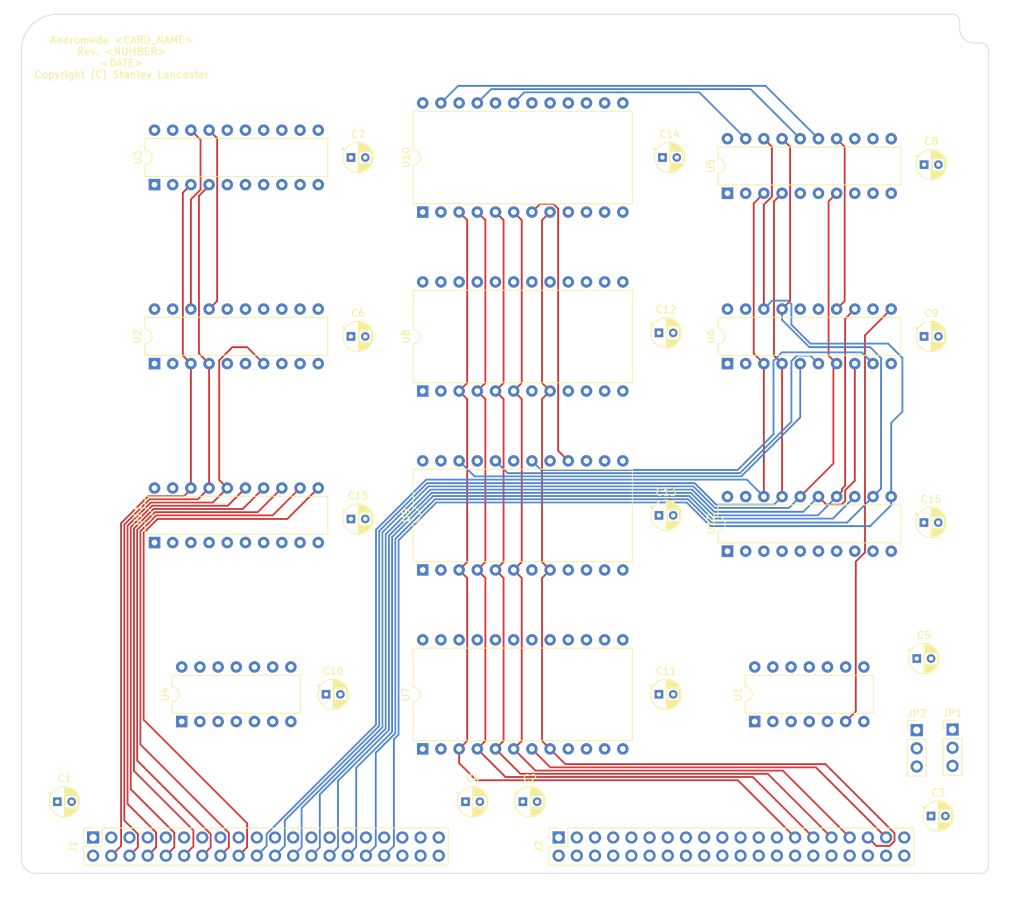
<source format=kicad_pcb>
(kicad_pcb (version 20211014) (generator pcbnew)
  (layers (0 "F.Cu" signal) (31 "B.Cu" signal) (34 "B.Paste" user) (35 "F.Paste" user) (36 "B.SilkS" user "B.Silkscreen") (37 "F.SilkS" user "F.Silkscreen") (38 "B.Mask" user) (39 "F.Mask" user) (44 "Edge.Cuts" user))
  (net 0 "")
  (net 1 "VCC")
  (net 2 "GND")
  (net 3 "Net-(C5-Pad1)")
  (net 4 "Net-(C5-Pad2)")
  (net 5 "Net-(C10-Pad1)")
  (net 6 "Net-(C10-Pad2)")
  (net 7 "/A2 (IR0)")
  (net 8 "/A39 (D0)")
  (net 9 "/A3 (IR1)")
  (net 10 "/A38 (D1)")
  (net 11 "/A4 (IR2)")
  (net 12 "/A37 (D2)")
  (net 13 "/A5 (IR3)")
  (net 14 "/A36 (D3)")
  (net 15 "/A6 (IR4)")
  (net 16 "/A35 (D4)")
  (net 17 "/A7 (IR5)")
  (net 18 "/A34 (D5)")
  (net 19 "/A10")
  (net 20 "/A8 (IR6)")
  (net 21 "/A11")
  (net 22 "/A33 (D6)")
  (net 23 "/A12")
  (net 24 "/A9 (IR7)")
  (net 25 "/A13")
  (net 26 "/A32 (D7)")
  (net 27 "/A14")
  (net 28 "/A31 (D8)")
  (net 29 "/A30 (D9)")
  (net 30 "/A29 (D10)")
  (net 31 "/A28 (D11)")
  (net 32 "/A27 (D12)")
  (net 33 "/A15 (IR.OUT.OE.INV)")
  (net 34 "/A26 (D13)")
  (net 35 "/A16 (IR.OUT.SE.INV)")
  (net 36 "/A25 (D14)")
  (net 37 "/A17 (IR.INP.INV)")
  (net 38 "/A24 (D15)")
  (net 39 "/A18 (ACC.OUT.INV)")
  (net 40 "/A23 (RST.INV)")
  (net 41 "/A19 (ACC.INP.INV)")
  (net 42 "/B38")
  (net 43 "/A22 (RST)")
  (net 44 "/B37")
  (net 45 "/B2 (PC.CNT)")
  (net 46 "/B36")
  (net 47 "/B39 (CLK.INV)")
  (net 48 "/B35")
  (net 49 "/B7")
  (net 50 "/B34")
  (net 51 "/B8")
  (net 52 "/B33")
  (net 53 "/B3 (PC.LD)")
  (net 54 "/B32")
  (net 55 "/B4 (PC.COND)")
  (net 56 "/B31")
  (net 57 "/B5 (PC.LDC)")
  (net 58 "/B30")
  (net 59 "/B6 (PC.OUT)")
  (net 60 "/B29")
  (net 61 "/B9 (ALU.B.IN)")
  (net 62 "/B28")
  (net 63 "/B10 (ALU.A.IN)")
  (net 64 "/B27")
  (net 65 "/B11")
  (net 66 "/B26")
  (net 67 "/B12 (ALU.COUT)")
  (net 68 "/B25")
  (net 69 "/B13 (ALU.OUT)")
  (net 70 "/B24")
  (net 71 "/B14 (ALU.S3)")
  (net 72 "/B23")
  (net 73 "/B15 (ALU.S2)")
  (net 74 "/B16 (ALU.S1)")
  (net 75 "/B17 (ALU.S0)")
  (net 76 "/B18  (ALU.M)")
  (net 77 "/B19 (ALU.CN)")
  (net 78 "/B22 (CLK)")
  (net 79 "Net-(JP1-Pad2)")
  (net 80 "Net-(JP2-Pad2)")
  (net 81 "/A.IN")
  (net 82 "/B.IN")
  (net 83 "Net-(U2-Pad2)")
  (net 84 "Net-(U2-Pad5)")
  (net 85 "Net-(U2-Pad6)")
  (net 86 "Net-(U2-Pad9)")
  (net 87 "Net-(U2-Pad12)")
  (net 88 "Net-(U2-Pad15)")
  (net 89 "Net-(U2-Pad16)")
  (net 90 "Net-(U2-Pad19)")
  (net 91 "Net-(U3-Pad2)")
  (net 92 "Net-(U3-Pad5)")
  (net 93 "Net-(U3-Pad6)")
  (net 94 "Net-(U3-Pad9)")
  (net 95 "Net-(U3-Pad12)")
  (net 96 "Net-(U3-Pad15)")
  (net 97 "Net-(U3-Pad16)")
  (net 98 "Net-(U3-Pad19)")
  (net 99 "/EQ0")
  (net 100 "/EQ1")
  (net 101 "/EQ2")
  (net 102 "/EQ3")
  (net 103 "Net-(U5-Pad2)")
  (net 104 "Net-(U5-Pad5)")
  (net 105 "Net-(U5-Pad6)")
  (net 106 "Net-(U5-Pad9)")
  (net 107 "Net-(U10-Pad2)")
  (net 108 "Net-(U10-Pad23)")
  (net 109 "Net-(U10-Pad21)")
  (net 110 "Net-(U10-Pad19)")
  (net 111 "Net-(U6-Pad2)")
  (net 112 "Net-(U6-Pad5)")
  (net 113 "Net-(U6-Pad6)")
  (net 114 "Net-(U6-Pad9)")
  (net 115 "Net-(U10-Pad1)")
  (net 116 "Net-(U10-Pad22)")
  (net 117 "Net-(U10-Pad20)")
  (net 118 "Net-(U10-Pad18)")
  (net 119 "Net-(U11-Pad2)")
  (net 120 "Net-(U11-Pad3)")
  (net 121 "Net-(U11-Pad4)")
  (net 122 "Net-(U11-Pad5)")
  (net 124 "Net-(U7-Pad16)")
  (net 126 "Net-(U11-Pad6)")
  (net 127 "Net-(U11-Pad7)")
  (net 128 "Net-(U11-Pad8)")
  (net 129 "Net-(U11-Pad9)")
  (net 131 "Net-(U8-Pad16)")
  (net 133 "Net-(U12-Pad2)")
  (net 134 "Net-(U12-Pad3)")
  (net 135 "Net-(U12-Pad4)")
  (net 136 "Net-(U12-Pad5)")
  (net 138 "Net-(U10-Pad7)")
  (net 140 "Net-(U10-Pad9)")
  (net 141 "Net-(U10-Pad10)")
  (net 142 "Net-(U10-Pad11)")
  (net 143 "Net-(U10-Pad13)")
  (footprint "Connector_PinSocket_2.54mm:PinSocket_2x20_P2.54mm_Vertical" (layer "F.Cu") (at 130 150 90)
    (fp_text reference "J2")
    (fp_text value "Conn_02x20_Odd_Even")
  )
  (footprint "Package_DIP:DIP-14_W7.62mm" (layer "F.Cu") (at 157.375 133.8 90)
    (fp_text reference "U1")
    (fp_text value "74LS08")
  )
  (footprint "Capacitor_THT:CP_Radial_D4.0mm_P2.00mm" (layer "F.Cu") (at 101 55)
    (fp_text reference "C7")
    (fp_text value "0.1uf")
  )
  (footprint "Package_DIP:DIP-20_W7.62mm" (layer "F.Cu") (at 153.575 83.8 90)
    (fp_text reference "U6")
    (fp_text value "74LS273")
  )
  (footprint "Capacitor_THT:CP_Radial_D4.0mm_P2.00mm" (layer "F.Cu") (at 182 147)
    (fp_text reference "C3")
    (fp_text value "22uf")
  )
  (footprint "Package_DIP:DIP-24_W15.24mm" (layer "F.Cu") (at 111.025 62.625 90)
    (fp_text reference "U10")
    (fp_text value "74LS181")
  )
  (footprint "Capacitor_THT:CP_Radial_D4.0mm_P2.00mm" (layer "F.Cu") (at 101 80)
    (fp_text reference "C6")
    (fp_text value "0.1uf")
  )
  (footprint "Package_DIP:DIP-20_W7.62mm" (layer "F.Cu") (at 73.575 83.8 90)
    (fp_text reference "U2")
    (fp_text value "74LS273")
  )
  (footprint "Capacitor_THT:CP_Radial_D4.0mm_P2.00mm" (layer "F.Cu") (at 144.5 55)
    (fp_text reference "C14")
    (fp_text value "0.1uf")
  )
  (footprint "Package_DIP:DIP-14_W7.62mm" (layer "F.Cu") (at 77.375 133.8 90)
    (fp_text reference "U4")
    (fp_text value "74LS21")
  )
  (footprint "Capacitor_THT:CP_Radial_D4.0mm_P2.00mm" (layer "F.Cu") (at 180 125)
    (fp_text reference "C5")
    (fp_text value "0.1uf")
  )
  (footprint "Capacitor_THT:CP_Radial_D4.0mm_P2.00mm" (layer "F.Cu") (at 117 145)
    (fp_text reference "C4")
    (fp_text value "22uf")
  )
  (footprint "Package_DIP:DIP-24_W15.24mm" (layer "F.Cu") (at 111.025 112.625 90)
    (fp_text reference "U9")
    (fp_text value "74LS181")
  )
  (footprint "Package_DIP:DIP-20_W7.62mm" (layer "F.Cu") (at 153.575 60 90)
    (fp_text reference "U5")
    (fp_text value "74LS273")
  )
  (footprint "Capacitor_THT:CP_Radial_D4.0mm_P2.00mm" (layer "F.Cu") (at 181.027401 56)
    (fp_text reference "C8")
    (fp_text value "0.1uf")
  )
  (footprint "Capacitor_THT:CP_Radial_D4.0mm_P2.00mm" (layer "F.Cu") (at 181 106)
    (fp_text reference "C16")
    (fp_text value "0.1uf")
  )
  (footprint "Capacitor_THT:CP_Radial_D4.0mm_P2.00mm" (layer "F.Cu") (at 144 130)
    (fp_text reference "C11")
    (fp_text value "0.1uf")
  )
  (footprint "Capacitor_THT:CP_Radial_D4.0mm_P2.00mm" (layer "F.Cu") (at 181.027401 80)
    (fp_text reference "C9")
    (fp_text value "0.1uf")
  )
  (footprint "Connector_PinSocket_2.54mm:PinSocket_2x20_P2.54mm_Vertical" (layer "F.Cu") (at 65 150 90)
    (fp_text reference "J1")
    (fp_text value "Conn_02x20_Odd_Even")
  )
  (footprint "Capacitor_THT:CP_Radial_D4.0mm_P2.00mm" (layer "F.Cu") (at 101 105.5)
    (fp_text reference "C15")
    (fp_text value "0.1uf")
  )
  (footprint "Capacitor_THT:CP_Radial_D4.0mm_P2.00mm" (layer "F.Cu") (at 125 145)
    (fp_text reference "C2")
    (fp_text value "22uf")
  )
  (footprint "Package_DIP:DIP-20_W7.62mm" (layer "F.Cu") (at 73.575 58.8 90)
    (fp_text reference "U3")
    (fp_text value "74LS273")
  )
  (footprint "Package_DIP:DIP-24_W15.24mm" (layer "F.Cu") (at 111.025 87.625 90)
    (fp_text reference "U8")
    (fp_text value "74LS181")
  )
  (footprint "Package_DIP:DIP-24_W15.24mm" (layer "F.Cu") (at 111.025 137.625 90)
    (fp_text reference "U7")
    (fp_text value "74LS181")
  )
  (footprint "Connector_PinHeader_2.54mm:PinHeader_1x03_P2.54mm_Vertical" (layer "F.Cu") (at 180 135)
    (fp_text reference "JP2")
    (fp_text value "Jumper_3_Open")
  )
  (footprint "Package_DIP:DIP-20_W7.62mm" (layer "F.Cu") (at 73.575 108.8 90)
    (fp_text reference "U11")
    (fp_text value "74LS245")
  )
  (footprint "Capacitor_THT:CP_Radial_D4.0mm_P2.00mm" (layer "F.Cu") (at 97.527401 130)
    (fp_text reference "C10")
    (fp_text value "0.1uf")
  )
  (footprint "Package_DIP:DIP-20_W7.62mm" (layer "F.Cu") (at 153.575 110 90)
    (fp_text reference "U12")
    (fp_text value "74LS245")
  )
  (footprint "Connector_PinHeader_2.54mm:PinHeader_1x03_P2.54mm_Vertical" (layer "F.Cu") (at 185 134.92)
    (fp_text reference "JP1")
    (fp_text value "Jumper_3_Open")
  )
  (footprint "Capacitor_THT:CP_Radial_D4.0mm_P2.00mm" (layer "F.Cu") (at 144 79.5)
    (fp_text reference "C12")
    (fp_text value "0.1uf")
  )
  (footprint "Capacitor_THT:CP_Radial_D4.0mm_P2.00mm" (layer "F.Cu") (at 144 105)
    (fp_text reference "C13")
    (fp_text value "0.1uf")
  )
  (footprint "Capacitor_THT:CP_Radial_D4.0mm_P2.00mm" (layer "F.Cu") (at 60 145)
    (fp_text reference "C1")
    (fp_text value "22uf")
  )
  (gr_arc (start 55 40) (mid 56.464466 36.464466) (end 60 35) (layer "Edge.Cuts") (width 0.1))
  (gr_arc (start 185 35) (mid 185.707107 35.292893) (end 186 36) (layer "Edge.Cuts") (width 0.1))
  (gr_line (start 186 37) (end 186 36) (layer "Edge.Cuts") (width 0.1))
  (gr_arc (start 188 39) (mid 186.585786 38.414214) (end 186 37) (layer "Edge.Cuts") (width 0.1))
  (gr_line (start 188 39) (end 189 39) (layer "Edge.Cuts") (width 0.1))
  (gr_line (start 190 154) (end 190 40) (layer "Edge.Cuts") (width 0.1))
  (gr_line (start 55 153) (end 55 40) (layer "Edge.Cuts") (width 0.1))
  (gr_arc (start 189 39) (mid 189.707107 39.292893) (end 190 40) (layer "Edge.Cuts") (width 0.1))
  (gr_line (start 185 35) (end 60 35) (layer "Edge.Cuts") (width 0.1))
  (gr_line (start 57 155) (end 189 155) (layer "Edge.Cuts") (width 0.1))
  (gr_arc (start 190 154) (mid 189.707107 154.707107) (end 189 155) (layer "Edge.Cuts") (width 0.1))
  (gr_arc (start 57 155) (mid 55.585786 154.414214) (end 55 153) (layer "Edge.Cuts") (width 0.1))
  (gr_text "Andromeda <CARD_NAME>\nRev. <NUMBER>\n<DATE>\nCopyright (C) Stanley Lancaster\n" (at 69 41) (layer "F.SilkS") (effects (font (size 1 1))))
  (segment (start 68.905489 151.174511) (end 68.905489 106.094511) (width 0.25) (layer "F.Cu") (net 8))
  (segment (start 77.530489 59.924511) (end 78.655 58.8) (width 0.25) (layer "F.Cu") (net 8))
  (segment (start 68.905489 106.094511) (end 72.695489 102.304511) (width 0.25) (layer "F.Cu") (net 8))
  (segment (start 77.530489 82.675489) (end 77.530489 59.924511) (width 0.25) (layer "F.Cu") (net 8))
  (segment (start 67.54 152.54) (end 68.905489 151.174511) (width 0.25) (layer "F.Cu") (net 8))
  (segment (start 72.695489 102.304511) (end 77.695489 102.304511) (width 0.25) (layer "F.Cu") (net 8))
  (segment (start 78.655 101.345) (end 78.655 101.18) (width 0.25) (layer "F.Cu") (net 8))
  (segment (start 77.695489 102.304511) (end 78.655 101.345) (width 0.25) (layer "F.Cu") (net 8))
  (segment (start 78.655 101.18) (end 78.655 83.8) (width 0.25) (layer "F.Cu") (net 8))
  (segment (start 78.655 83.8) (end 77.530489 82.675489) (width 0.25) (layer "F.Cu") (net 8))
  (segment (start 79.620969 102.754031) (end 81.195 101.18) (width 0.25) (layer "F.Cu") (net 10))
  (segment (start 69.355009 106.280709) (end 72.881687 102.754031) (width 0.25) (layer "F.Cu") (net 10))
  (segment (start 81.195 101.18) (end 81.195 83.8) (width 0.25) (layer "F.Cu") (net 10))
  (segment (start 71.254511 149.513501) (end 69.355009 147.613999) (width 0.25) (layer "F.Cu") (net 10))
  (segment (start 70.08 152.54) (end 71.254511 151.365489) (width 0.25) (layer "F.Cu") (net 10))
  (segment (start 72.881687 102.754031) (end 79.620969 102.754031) (width 0.25) (layer "F.Cu") (net 10))
  (segment (start 79.779511 60.356207) (end 81.195 58.940718) (width 0.25) (layer "F.Cu") (net 10))
  (segment (start 69.355009 147.613999) (end 69.355009 106.280709) (width 0.25) (layer "F.Cu") (net 10))
  (segment (start 79.779511 82.384511) (end 79.779511 60.356207) (width 0.25) (layer "F.Cu") (net 10))
  (segment (start 71.254511 151.365489) (end 71.254511 149.513501) (width 0.25) (layer "F.Cu") (net 10))
  (segment (start 81.195 58.940718) (end 81.195 58.8) (width 0.25) (layer "F.Cu") (net 10))
  (segment (start 81.195 83.8) (end 79.779511 82.384511) (width 0.25) (layer "F.Cu") (net 10))
  (segment (start 69.804529 106.466907) (end 73.067885 103.203551) (width 0.25) (layer "F.Cu") (net 12))
  (segment (start 72.62 152.54) (end 73.794511 151.365489) (width 0.25) (layer "F.Cu") (net 12))
  (segment (start 69.804529 145.304529) (end 69.804529 106.466907) (width 0.25) (layer "F.Cu") (net 12))
  (segment (start 86.515 81.5) (end 88.815 83.8) (width 0.25) (layer "F.Cu") (net 12))
  (segment (start 73.067885 103.203551) (end 81.711449 103.203551) (width 0.25) (layer "F.Cu") (net 12))
  (segment (start 81.711449 103.203551) (end 83.735 101.18) (width 0.25) (layer "F.Cu") (net 12))
  (segment (start 82.610489 83.334211) (end 84.4447 81.5) (width 0.25) (layer "F.Cu") (net 12))
  (segment (start 73.794511 151.365489) (end 73.794511 149.294511) (width 0.25) (layer "F.Cu") (net 12))
  (segment (start 73.794511 149.294511) (end 69.804529 145.304529) (width 0.25) (layer "F.Cu") (net 12))
  (segment (start 84.4447 81.5) (end 86.515 81.5) (width 0.25) (layer "F.Cu") (net 12))
  (segment (start 83.735 101.18) (end 82.610489 100.055489) (width 0.25) (layer "F.Cu") (net 12))
  (segment (start 82.610489 100.055489) (end 82.610489 83.334211) (width 0.25) (layer "F.Cu") (net 12))
  (segment (start 76.334511 149.334511) (end 70.254049 143.254049) (width 0.25) (layer "F.Cu") (net 14))
  (segment (start 73.254083 103.653071) (end 83.801929 103.653071) (width 0.25) (layer "F.Cu") (net 14))
  (segment (start 70.254049 106.653105) (end 73.254083 103.653071) (width 0.25) (layer "F.Cu") (net 14))
  (segment (start 76.334511 151.365489) (end 76.334511 149.334511) (width 0.25) (layer "F.Cu") (net 14))
  (segment (start 83.801929 103.653071) (end 86.275 101.18) (width 0.25) (layer "F.Cu") (net 14))
  (segment (start 70.254049 143.254049) (end 70.254049 106.653105) (width 0.25) (layer "F.Cu") (net 14))
  (segment (start 75.16 152.54) (end 76.334511 151.365489) (width 0.25) (layer "F.Cu") (net 14))
  (segment (start 77.7 152.54) (end 79 151.24) (width 0.25) (layer "F.Cu") (net 16))
  (segment (start 85.892409 104.102591) (end 88.815 101.18) (width 0.25) (layer "F.Cu") (net 16))
  (segment (start 79 149) (end 70.703569 140.703569) (width 0.25) (layer "F.Cu") (net 16))
  (segment (start 70.703569 106.839303) (end 73.440281 104.102591) (width 0.25) (layer "F.Cu") (net 16))
  (segment (start 70.703569 140.703569) (end 70.703569 106.839303) (width 0.25) (layer "F.Cu") (net 16))
  (segment (start 79 151.24) (end 79 149) (width 0.25) (layer "F.Cu") (net 16))
  (segment (start 73.440281 104.102591) (end 85.892409 104.102591) (width 0.25) (layer "F.Cu") (net 16))
  (segment (start 73.626479 104.552111) (end 87.982889 104.552111) (width 0.25) (layer "F.Cu") (net 18))
  (segment (start 80.24 152.54) (end 81.414511 151.365489) (width 0.25) (layer "F.Cu") (net 18))
  (segment (start 81.414511 149.513501) (end 71.153089 139.252079) (width 0.25) (layer "F.Cu") (net 18))
  (segment (start 87.982889 104.552111) (end 91.355 101.18) (width 0.25) (layer "F.Cu") (net 18))
  (segment (start 71.153089 107.025501) (end 73.626479 104.552111) (width 0.25) (layer "F.Cu") (net 18))
  (segment (start 71.153089 139.252079) (end 71.153089 107.025501) (width 0.25) (layer "F.Cu") (net 18))
  (segment (start 81.414511 151.365489) (end 81.414511 149.513501) (width 0.25) (layer "F.Cu") (net 18))
  (segment (start 81.195 76.18) (end 82.319511 75.055489) (width 0.25) (layer "F.Cu") (net 22))
  (segment (start 71.602609 107.211699) (end 73.812677 105.001631) (width 0.25) (layer "F.Cu") (net 22))
  (segment (start 83.954511 149.351902) (end 71.602609 137) (width 0.25) (layer "F.Cu") (net 22))
  (segment (start 90.073369 105.001631) (end 93.895 101.18) (width 0.25) (layer "F.Cu") (net 22))
  (segment (start 83.954511 151.365489) (end 83.954511 149.351902) (width 0.25) (layer "F.Cu") (net 22))
  (segment (start 82.319511 75.055489) (end 82.319511 52.304511) (width 0.25) (layer "F.Cu") (net 22))
  (segment (start 82.78 152.54) (end 83.954511 151.365489) (width 0.25) (layer "F.Cu") (net 22))
  (segment (start 71.602609 137) (end 71.602609 107.211699) (width 0.25) (layer "F.Cu") (net 22))
  (segment (start 82.319511 52.304511) (end 81.195 51.18) (width 0.25) (layer "F.Cu") (net 22))
  (segment (start 73.812677 105.001631) (end 90.073369 105.001631) (width 0.25) (layer "F.Cu") (net 22))
  (segment (start 92.115 105.5) (end 96.435 101.18) (width 0.25) (layer "F.Cu") (net 26))
  (segment (start 72.052129 133.552129) (end 72.052129 107.447871) (width 0.25) (layer "F.Cu") (net 26))
  (segment (start 78.655 76.18) (end 78.655 60.845) (width 0.25) (layer "F.Cu") (net 26))
  (segment (start 85.32 152.54) (end 86.5 151.36) (width 0.25) (layer "F.Cu") (net 26))
  (segment (start 86.5 151.36) (end 86.5 148) (width 0.25) (layer "F.Cu") (net 26))
  (segment (start 74 105.5) (end 92.115 105.5) (width 0.25) (layer "F.Cu") (net 26))
  (segment (start 86.5 148) (end 72.052129 133.552129) (width 0.25) (layer "F.Cu") (net 26))
  (segment (start 80 59.5) (end 80 52.525) (width 0.25) (layer "F.Cu") (net 26))
  (segment (start 78.655 60.845) (end 80 59.5) (width 0.25) (layer "F.Cu") (net 26))
  (segment (start 72.052129 107.447871) (end 74 105.5) (width 0.25) (layer "F.Cu") (net 26))
  (segment (start 80 52.525) (end 78.655 51.18) (width 0.25) (layer "F.Cu") (net 26))
  (segment (start 158.655 102.38) (end 158.655 83.8) (width 0.25) (layer "F.Cu") (net 28))
  (segment (start 158.655 83.8) (end 157.239511 82.384511) (width 0.25) (layer "F.Cu") (net 28))
  (segment (start 157.239511 82.384511) (end 157.239511 61.415489) (width 0.25) (layer "F.Cu") (net 28))
  (segment (start 157.239511 61.415489) (end 158.655 60) (width 0.25) (layer "F.Cu") (net 28))
  (segment (start 89.225489 149.513501) (end 89.225489 151.174511) (width 0.25) (layer "B.Cu") (net 28))
  (segment (start 104.5 107) (end 104.5 134.23899) (width 0.25) (layer "B.Cu") (net 28))
  (segment (start 111.5 100) (end 104.5 107) (width 0.25) (layer "B.Cu") (net 28))
  (segment (start 156.275 100) (end 111.5 100) (width 0.25) (layer "B.Cu") (net 28))
  (segment (start 158.655 102.38) (end 156.275 100) (width 0.25) (layer "B.Cu") (net 28))
  (segment (start 104.5 134.23899) (end 89.225489 149.513501) (width 0.25) (layer "B.Cu") (net 28))
  (segment (start 89.225489 151.174511) (end 87.86 152.54) (width 0.25) (layer "B.Cu") (net 28))
  (segment (start 160.070489 82.675489) (end 160.070489 61.124511) (width 0.25) (layer "F.Cu") (net 29))
  (segment (start 161.195 83.8) (end 160.070489 82.675489) (width 0.25) (layer "F.Cu") (net 29))
  (segment (start 160.070489 61.124511) (end 161.195 60) (width 0.25) (layer "F.Cu") (net 29))
  (segment (start 161.195 102.38) (end 161.195 83.8) (width 0.25) (layer "F.Cu") (net 29))
  (segment (start 90.4 152.54) (end 91.765489 151.174511) (width 0.25) (layer "B.Cu") (net 29))
  (segment (start 149 100.5) (end 152.004511 103.504511) (width 0.25) (layer "B.Cu") (net 29))
  (segment (start 104.94952 134.425188) (end 104.94952 107.186198) (width 0.25) (layer "B.Cu") (net 29))
  (segment (start 160.070489 103.504511) (end 161.195 102.38) (width 0.25) (layer "B.Cu") (net 29))
  (segment (start 152.004511 103.504511) (end 160.070489 103.504511) (width 0.25) (layer "B.Cu") (net 29))
  (segment (start 91.765489 151.174511) (end 91.765489 147.609219) (width 0.25) (layer "B.Cu") (net 29))
  (segment (start 104.94952 107.186198) (end 111.635718 100.5) (width 0.25) (layer "B.Cu") (net 29))
  (segment (start 91.765489 147.609219) (end 104.94952 134.425188) (width 0.25) (layer "B.Cu") (net 29))
  (segment (start 111.635718 100.5) (end 149 100.5) (width 0.25) (layer "B.Cu") (net 29))
  (segment (start 167.690489 61.124511) (end 168.815 60) (width 0.25) (layer "F.Cu") (net 30))
  (segment (start 168.36548 84.24952) (end 168.815 83.8) (width 0.25) (layer "F.Cu") (net 30))
  (segment (start 167.690489 82.675489) (end 167.690489 61.124511) (width 0.25) (layer "F.Cu") (net 30))
  (segment (start 168.815 83.8) (end 167.690489 82.675489) (width 0.25) (layer "F.Cu") (net 30))
  (segment (start 163.735 102.38) (end 168.36548 97.74952) (width 0.25) (layer "F.Cu") (net 30))
  (segment (start 168.36548 97.74952) (end 168.36548 84.24952) (width 0.25) (layer "F.Cu") (net 30))
  (segment (start 151.818314 103.954031) (end 162.160969 103.954031) (width 0.25) (layer "B.Cu") (net 30))
  (segment (start 92.94 152.54) (end 94.114511 151.365489) (width 0.25) (layer "B.Cu") (net 30))
  (segment (start 94.114511 145.895915) (end 105.39904 134.611385) (width 0.25) (layer "B.Cu") (net 30))
  (segment (start 94.114511 151.365489) (end 94.114511 145.895915) (width 0.25) (layer "B.Cu") (net 30))
  (segment (start 105.39904 134.611385) (end 105.39904 107.372396) (width 0.25) (layer "B.Cu") (net 30))
  (segment (start 105.39904 107.372396) (end 111.821916 100.94952) (width 0.25) (layer "B.Cu") (net 30))
  (segment (start 148.813803 100.94952) (end 151.818314 103.954031) (width 0.25) (layer "B.Cu") (net 30))
  (segment (start 162.160969 103.954031) (end 163.735 102.38) (width 0.25) (layer "B.Cu") (net 30))
  (segment (start 111.821916 100.94952) (end 148.813803 100.94952) (width 0.25) (layer "B.Cu") (net 30))
  (segment (start 169.495489 103.504511) (end 170 103) (width 0.25) (layer "F.Cu") (net 31))
  (segment (start 171.355 100.145) (end 171.355 83.8) (width 0.25) (layer "F.Cu") (net 31))
  (segment (start 170 101.5) (end 171.355 100.145) (width 0.25) (layer "F.Cu") (net 31))
  (segment (start 170 103) (end 170 101.5) (width 0.25) (layer "F.Cu") (net 31))
  (segment (start 166.275 102.38) (end 167.399511 103.504511) (width 0.25) (layer "F.Cu") (net 31))
  (segment (start 167.399511 103.504511) (end 169.495489 103.504511) (width 0.25) (layer "F.Cu") (net 31))
  (segment (start 105.84856 134.797582) (end 105.84856 107.65144) (width 0.25) (layer "B.Cu") (net 31))
  (segment (start 96.654511 143.991633) (end 105.84856 134.797582) (width 0.25) (layer "B.Cu") (net 31))
  (segment (start 164.155 104.5) (end 166.275 102.38) (width 0.25) (layer "B.Cu") (net 31))
  (segment (start 148.627604 101.39904) (end 151.728564 104.5) (width 0.25) (layer "B.Cu") (net 31))
  (segment (start 112.10096 101.39904) (end 148.627604 101.39904) (width 0.25) (layer "B.Cu") (net 31))
  (segment (start 151.728564 104.5) (end 164.155 104.5) (width 0.25) (layer "B.Cu") (net 31))
  (segment (start 96.654511 151.365489) (end 96.654511 143.991633) (width 0.25) (layer "B.Cu") (net 31))
  (segment (start 105.84856 107.65144) (end 112.10096 101.39904) (width 0.25) (layer "B.Cu") (net 31))
  (segment (start 95.48 152.54) (end 96.654511 151.365489) (width 0.25) (layer "B.Cu") (net 31))
  (segment (start 169.55048 101.313802) (end 170 100.864282) (width 0.25) (layer "F.Cu") (net 32))
  (segment (start 170 77.535) (end 171.355 76.18) (width 0.25) (layer "F.Cu") (net 32))
  (segment (start 168.815 102.38) (end 169.55048 101.64452) (width 0.25) (layer "F.Cu") (net 32))
  (segment (start 170 100.864282) (end 170 77.535) (width 0.25) (layer "F.Cu") (net 32))
  (segment (start 169.55048 101.64452) (end 169.55048 101.313802) (width 0.25) (layer "F.Cu") (net 32))
  (segment (start 99.194511 142.087351) (end 106.29808 134.983779) (width 0.25) (layer "B.Cu") (net 32))
  (segment (start 148.441406 101.84856) (end 151.592846 105) (width 0.25) (layer "B.Cu") (net 32))
  (segment (start 99.194511 151.365489) (end 99.194511 142.087351) (width 0.25) (layer "B.Cu") (net 32))
  (segment (start 98.02 152.54) (end 99.194511 151.365489) (width 0.25) (layer "B.Cu") (net 32))
  (segment (start 151.592846 105) (end 166.195 105) (width 0.25) (layer "B.Cu") (net 32))
  (segment (start 106.29808 107.837638) (end 112.287158 101.84856) (width 0.25) (layer "B.Cu") (net 32))
  (segment (start 106.29808 134.983779) (end 106.29808 107.837638) (width 0.25) (layer "B.Cu") (net 32))
  (segment (start 112.287158 101.84856) (end 148.441406 101.84856) (width 0.25) (layer "B.Cu") (net 32))
  (segment (start 166.195 105) (end 168.815 102.38) (width 0.25) (layer "B.Cu") (net 32))
  (segment (start 169.939511 53.504511) (end 168.815 52.38) (width 0.25) (layer "F.Cu") (net 34))
  (segment (start 168.815 76.18) (end 169.939511 75.055489) (width 0.25) (layer "F.Cu") (net 34))
  (segment (start 169.939511 75.055489) (end 169.939511 53.504511) (width 0.25) (layer "F.Cu") (net 34))
  (segment (start 100.56 152.54) (end 101.734511 151.365489) (width 0.25) (layer "B.Cu") (net 34))
  (segment (start 101.734511 151.365489) (end 101.734511 140.265489) (width 0.25) (layer "B.Cu") (net 34))
  (segment (start 106.7476 108.023836) (end 112.473356 102.29808) (width 0.25) (layer "B.Cu") (net 34))
  (segment (start 112.473356 102.29808) (end 148.255209 102.29808) (width 0.25) (layer "B.Cu") (net 34))
  (segment (start 151.406649 105.44952) (end 168.28548 105.44952) (width 0.25) (layer "B.Cu") (net 34))
  (segment (start 101.734511 140.265489) (end 106.7476 135.2524) (width 0.25) (layer "B.Cu") (net 34))
  (segment (start 106.7476 135.2524) (end 106.7476 108.023836) (width 0.25) (layer "B.Cu") (net 34))
  (segment (start 148.255209 102.29808) (end 151.406649 105.44952) (width 0.25) (layer "B.Cu") (net 34))
  (segment (start 168.28548 105.44952) (end 171.355 102.38) (width 0.25) (layer "B.Cu") (net 34))
  (segment (start 161.195 76.18) (end 162.319511 75.055489) (width 0.25) (layer "F.Cu") (net 36))
  (segment (start 162.319511 75.055489) (end 162.319511 53.504511) (width 0.25) (layer "F.Cu") (net 36))
  (segment (start 162.319511 53.504511) (end 161.195 52.38) (width 0.25) (layer "F.Cu") (net 36))
  (segment (start 107.19712 108.30288) (end 112.7524 102.7476) (width 0.25) (layer "B.Cu") (net 36))
  (segment (start 173.895 102.38) (end 175.019511 101.255489) (width 0.25) (layer "B.Cu") (net 36))
  (segment (start 107.19712 135.438597) (end 107.19712 108.30288) (width 0.25) (layer "B.Cu") (net 36))
  (segment (start 148.069011 102.7476) (end 151.321411 106) (width 0.25) (layer "B.Cu") (net 36))
  (segment (start 112.7524 102.7476) (end 148.069011 102.7476) (width 0.25) (layer "B.Cu") (net 36))
  (segment (start 104.465489 138.170229) (end 107.19712 135.438597) (width 0.25) (layer "B.Cu") (net 36))
  (segment (start 175.019511 83.019511) (end 173.5 81.5) (width 0.25) (layer "B.Cu") (net 36))
  (segment (start 173.5 81.5) (end 165 81.5) (width 0.25) (layer "B.Cu") (net 36))
  (segment (start 104.465489 151.174511) (end 104.465489 138.170229) (width 0.25) (layer "B.Cu") (net 36))
  (segment (start 165 81.5) (end 161.195 77.695) (width 0.25) (layer "B.Cu") (net 36))
  (segment (start 170.275 106) (end 173.895 102.38) (width 0.25) (layer "B.Cu") (net 36))
  (segment (start 151.321411 106) (end 170.275 106) (width 0.25) (layer "B.Cu") (net 36))
  (segment (start 161.195 77.695) (end 161.195 76.18) (width 0.25) (layer "B.Cu") (net 36))
  (segment (start 103.1 152.54) (end 104.465489 151.174511) (width 0.25) (layer "B.Cu") (net 36))
  (segment (start 175.019511 101.255489) (end 175.019511 83.019511) (width 0.25) (layer "B.Cu") (net 36))
  (segment (start 159.779511 60.465789) (end 159.779511 53.504511) (width 0.25) (layer "F.Cu") (net 38))
  (segment (start 158.655 61.5903) (end 159.779511 60.465789) (width 0.25) (layer "F.Cu") (net 38))
  (segment (start 158.655 76.18) (end 158.655 61.5903) (width 0.25) (layer "F.Cu") (net 38))
  (segment (start 159.779511 53.504511) (end 158.655 52.38) (width 0.25) (layer "F.Cu") (net 38))
  (segment (start 176.435 103.565) (end 176.435 102.38) (width 0.25) (layer "B.Cu") (net 38))
  (segment (start 173.5 106.5) (end 176.435 103.565) (width 0.25) (layer "B.Cu") (net 38))
  (segment (start 162 75) (end 162.5 75.5) (width 0.25) (layer "B.Cu") (net 38))
  (segment (start 112.938598 103.19712) (end 147.882813 103.19712) (width 0.25) (layer "B.Cu") (net 38))
  (segment (start 151.185693 106.5) (end 173.5 106.5) (width 0.25) (layer "B.Cu") (net 38))
  (segment (start 107 151.18) (end 107 136.271435) (width 0.25) (layer "B.Cu") (net 38))
  (segment (start 147.882813 103.19712) (end 151.185693 106.5) (width 0.25) (layer "B.Cu") (net 38))
  (segment (start 105.64 152.54) (end 107 151.18) (width 0.25) (layer "B.Cu") (net 38))
  (segment (start 107 136.271435) (end 107.64664 135.624795) (width 0.25) (layer "B.Cu") (net 38))
  (segment (start 159.835 75) (end 162 75) (width 0.25) (layer "B.Cu") (net 38))
  (segment (start 107.64664 108.489078) (end 112.938598 103.19712) (width 0.25) (layer "B.Cu") (net 38))
  (segment (start 178 83) (end 178 90.5) (width 0.25) (layer "B.Cu") (net 38))
  (segment (start 165.135718 81) (end 176 81) (width 0.25) (layer "B.Cu") (net 38))
  (segment (start 162.5 78.364282) (end 165.135718 81) (width 0.25) (layer "B.Cu") (net 38))
  (segment (start 178 90.5) (end 176.435 92.065) (width 0.25) (layer "B.Cu") (net 38))
  (segment (start 158.655 76.18) (end 159.835 75) (width 0.25) (layer "B.Cu") (net 38))
  (segment (start 107.64664 135.624795) (end 107.64664 108.489078) (width 0.25) (layer "B.Cu") (net 38))
  (segment (start 176 81) (end 178 83) (width 0.25) (layer "B.Cu") (net 38))
  (segment (start 176.435 92.065) (end 176.435 102.38) (width 0.25) (layer "B.Cu") (net 38))
  (segment (start 162.5 75.5) (end 162.5 78.364282) (width 0.25) (layer "B.Cu") (net 38))
  (segment (start 117.229511 63.749511) (end 116.105 62.625) (width 0.25) (layer "F.Cu") (net 71))
  (segment (start 155.02 142) (end 118.5 142) (width 0.25) (layer "F.Cu") (net 71))
  (segment (start 116.105 139.605) (end 116.105 137.625) (width 0.25) (layer "F.Cu") (net 71))
  (segment (start 117.229511 86.500489) (end 117.229511 63.749511) (width 0.25) (layer "F.Cu") (net 71))
  (segment (start 117.229511 136.500489) (end 117.229511 113.749511) (width 0.25) (layer "F.Cu") (net 71))
  (segment (start 116.105 112.625) (end 117.229511 111.500489) (width 0.25) (layer "F.Cu") (net 71))
  (segment (start 163.02 150) (end 155.02 142) (width 0.25) (layer "F.Cu") (net 71))
  (segment (start 118.5 142) (end 116.105 139.605) (width 0.25) (layer "F.Cu") (net 71))
  (segment (start 116.105 87.625) (end 117.229511 86.500489) (width 0.25) (layer "F.Cu") (net 71))
  (segment (start 117.229511 111.500489) (end 117.229511 88.749511) (width 0.25) (layer "F.Cu") (net 71))
  (segment (start 117.229511 113.749511) (end 116.105 112.625) (width 0.25) (layer "F.Cu") (net 71))
  (segment (start 117.229511 88.749511) (end 116.105 87.625) (width 0.25) (layer "F.Cu") (net 71))
  (segment (start 116.105 137.625) (end 117.229511 136.500489) (width 0.25) (layer "F.Cu") (net 71))
  (segment (start 119.769511 136.500489) (end 119.769511 113.749511) (width 0.25) (layer "F.Cu") (net 73))
  (segment (start 119.769511 63.749511) (end 118.645 62.625) (width 0.25) (layer "F.Cu") (net 73))
  (segment (start 118.645 137.625) (end 122.57048 141.55048) (width 0.25) (layer "F.Cu") (net 73))
  (segment (start 119.769511 113.749511) (end 118.645 112.625) (width 0.25) (layer "F.Cu") (net 73))
  (segment (start 122.57048 141.55048) (end 157.11048 141.55048) (width 0.25) (layer "F.Cu") (net 73))
  (segment (start 118.645 112.625) (end 119.769511 111.500489) (width 0.25) (layer "F.Cu") (net 73))
  (segment (start 119.769511 88.749511) (end 118.645 87.625) (width 0.25) (layer "F.Cu") (net 73))
  (segment (start 119.769511 86.500489) (end 119.769511 63.749511) (width 0.25) (layer "F.Cu") (net 73))
  (segment (start 118.645 87.625) (end 119.769511 86.500489) (width 0.25) (layer "F.Cu") (net 73))
  (segment (start 119.769511 111.500489) (end 119.769511 88.749511) (width 0.25) (layer "F.Cu") (net 73))
  (segment (start 157.11048 141.55048) (end 165.56 150) (width 0.25) (layer "F.Cu") (net 73))
  (segment (start 118.645 137.625) (end 119.769511 136.500489) (width 0.25) (layer "F.Cu") (net 73))
  (segment (start 122.309511 86.500489) (end 122.309511 63.749511) (width 0.25) (layer "F.Cu") (net 74))
  (segment (start 121.185 137.625) (end 122.309511 136.500489) (width 0.25) (layer "F.Cu") (net 74))
  (segment (start 122.309511 63.749511) (end 121.185 62.625) (width 0.25) (layer "F.Cu") (net 74))
  (segment (start 159.20096 141.10096) (end 168.1 150) (width 0.25) (layer "F.Cu") (net 74))
  (segment (start 124.66096 141.10096) (end 159.20096 141.10096) (width 0.25) (layer "F.Cu") (net 74))
  (segment (start 122.309511 113.749511) (end 121.185 112.625) (width 0.25) (layer "F.Cu") (net 74))
  (segment (start 122.309511 111.500489) (end 122.309511 88.749511) (width 0.25) (layer "F.Cu") (net 74))
  (segment (start 122.309511 88.749511) (end 121.185 87.625) (width 0.25) (layer "F.Cu") (net 74))
  (segment (start 121.185 87.625) (end 122.309511 86.500489) (width 0.25) (layer "F.Cu") (net 74))
  (segment (start 122.309511 136.500489) (end 122.309511 113.749511) (width 0.25) (layer "F.Cu") (net 74))
  (segment (start 121.185 137.625) (end 124.66096 141.10096) (width 0.25) (layer "F.Cu") (net 74))
  (segment (start 121.185 112.625) (end 122.309511 111.500489) (width 0.25) (layer "F.Cu") (net 74))
  (segment (start 126.75144 140.65144) (end 161.29144 140.65144) (width 0.25) (layer "F.Cu") (net 75))
  (segment (start 123.725 87.625) (end 124.849511 86.500489) (width 0.25) (layer "F.Cu") (net 75))
  (segment (start 161.29144 140.65144) (end 170.64 150) (width 0.25) (layer "F.Cu") (net 75))
  (segment (start 123.725 112.625) (end 124.849511 111.500489) (width 0.25) (layer "F.Cu") (net 75))
  (segment (start 123.725 137.625) (end 124.849511 136.500489) (width 0.25) (layer "F.Cu") (net 75))
  (segment (start 124.849511 86.500489) (end 124.849511 63.749511) (width 0.25) (layer "F.Cu") (net 75))
  (segment (start 124.849511 63.749511) (end 123.725 62.625) (width 0.25) (layer "F.Cu") (net 75))
  (segment (start 123.725 137.625) (end 126.75144 140.65144) (width 0.25) (layer "F.Cu") (net 75))
  (segment (start 124.849511 113.749511) (end 123.725 112.625) (width 0.25) (layer "F.Cu") (net 75))
  (segment (start 124.849511 136.500489) (end 124.849511 113.749511) (width 0.25) (layer "F.Cu") (net 75))
  (segment (start 124.849511 88.749511) (end 123.725 87.625) (width 0.25) (layer "F.Cu") (net 75))
  (segment (start 124.849511 111.500489) (end 124.849511 88.749511) (width 0.25) (layer "F.Cu") (net 75))
  (segment (start 127.680489 136.500489) (end 127.680489 113.749511) (width 0.25) (layer "F.Cu") (net 76))
  (segment (start 127.680489 86.500489) (end 127.680489 63.749511) (width 0.25) (layer "F.Cu") (net 76))
  (segment (start 127.680489 111.500489) (end 127.680489 88.749511) (width 0.25) (layer "F.Cu") (net 76))
  (segment (start 127.680489 88.749511) (end 128.805 87.625) (width 0.25) (layer "F.Cu") (net 76))
  (segment (start 173.18 150) (end 174.354511 151.174511) (width 0.25) (layer "F.Cu") (net 76))
  (segment (start 130.9324 139.7524) (end 128.805 137.625) (width 0.25) (layer "F.Cu") (net 76))
  (segment (start 176.894511 150.486499) (end 176.894511 149.394511) (width 0.25) (layer "F.Cu") (net 76))
  (segment (start 127.680489 63.749511) (end 128.805 62.625) (width 0.25) (layer "F.Cu") (net 76))
  (segment (start 128.805 112.625) (end 127.680489 111.500489) (width 0.25) (layer "F.Cu") (net 76))
  (segment (start 128.805 87.625) (end 127.680489 86.500489) (width 0.25) (layer "F.Cu") (net 76))
  (segment (start 174.354511 151.174511) (end 176.206499 151.174511) (width 0.25) (layer "F.Cu") (net 76))
  (segment (start 127.680489 113.749511) (end 128.805 112.625) (width 0.25) (layer "F.Cu") (net 76))
  (segment (start 176.206499 151.174511) (end 176.894511 150.486499) (width 0.25) (layer "F.Cu") (net 76))
  (segment (start 128.805 137.625) (end 127.680489 136.500489) (width 0.25) (layer "F.Cu") (net 76))
  (segment (start 167.2524 139.7524) (end 130.9324 139.7524) (width 0.25) (layer "F.Cu") (net 76))
  (segment (start 176.894511 149.394511) (end 167.2524 139.7524) (width 0.25) (layer "F.Cu") (net 76))
  (segment (start 128.84192 140.20192) (end 165.92192 140.20192) (width 0.25) (layer "F.Cu") (net 77))
  (segment (start 165.92192 140.20192) (end 175.72 150) (width 0.25) (layer "F.Cu") (net 77))
  (segment (start 126.265 137.625) (end 128.84192 140.20192) (width 0.25) (layer "F.Cu") (net 77))
  (segment (start 171.490489 132.384511) (end 171.490489 111.454811) (width 0.25) (layer "F.Cu") (net 82))
  (segment (start 172.770489 79.844511) (end 176.435 76.18) (width 0.25) (layer "F.Cu") (net 82))
  (segment (start 170.075 133.8) (end 171.490489 132.384511) (width 0.25) (layer "F.Cu") (net 82))
  (segment (start 171.490489 111.454811) (end 172.770489 110.174811) (width 0.25) (layer "F.Cu") (net 82))
  (segment (start 172.770489 110.174811) (end 172.770489 79.844511) (width 0.25) (layer "F.Cu") (net 82))
  (segment (start 113.565 47.385) (end 115.95 45) (width 0.25) (layer "B.Cu") (net 108))
  (segment (start 158.895 45) (end 166.275 52.38) (width 0.25) (layer "B.Cu") (net 108))
  (segment (start 115.95 45) (end 158.895 45) (width 0.25) (layer "B.Cu") (net 108))
  (segment (start 120.58048 45.44952) (end 156.80452 45.44952) (width 0.25) (layer "B.Cu") (net 109))
  (segment (start 156.80452 45.44952) (end 163.735 52.38) (width 0.25) (layer "B.Cu") (net 109))
  (segment (start 118.645 47.385) (end 120.58048 45.44952) (width 0.25) (layer "B.Cu") (net 109))
  (segment (start 125.21096 45.89904) (end 149.63404 45.89904) (width 0.25) (layer "B.Cu") (net 110))
  (segment (start 149.63404 45.89904) (end 156.115 52.38) (width 0.25) (layer "B.Cu") (net 110))
  (segment (start 123.725 47.385) (end 125.21096 45.89904) (width 0.25) (layer "B.Cu") (net 110))
  (segment (start 163.735 91.31548) (end 155.5 99.55048) (width 0.25) (layer "B.Cu") (net 112))
  (segment (start 163.735 83.8) (end 163.735 91.31548) (width 0.25) (layer "B.Cu") (net 112))
  (segment (start 118.27048 99.55048) (end 116.105 97.385) (width 0.25) (layer "B.Cu") (net 112))
  (segment (start 155.5 99.55048) (end 118.27048 99.55048) (width 0.25) (layer "B.Cu") (net 112))
  (segment (start 155.313802 99.10096) (end 122.90096 99.10096) (width 0.25) (layer "B.Cu") (net 113))
  (segment (start 166.275 83.8) (end 165.150489 82.675489) (width 0.25) (layer "B.Cu") (net 113))
  (segment (start 163.269211 82.675489) (end 162.5 83.4447) (width 0.25) (layer "B.Cu") (net 113))
  (segment (start 122.90096 99.10096) (end 121.185 97.385) (width 0.25) (layer "B.Cu") (net 113))
  (segment (start 165.150489 82.675489) (end 163.269211 82.675489) (width 0.25) (layer "B.Cu") (net 113))
  (segment (start 162.5 83.4447) (end 162.5 91.914762) (width 0.25) (layer "B.Cu") (net 113))
  (segment (start 162.5 91.914762) (end 155.313802 99.10096) (width 0.25) (layer "B.Cu") (net 113))
  (segment (start 155 98.65144) (end 160 93.65144) (width 0.25) (layer "B.Cu") (net 114))
  (segment (start 127.53144 98.65144) (end 155 98.65144) (width 0.25) (layer "B.Cu") (net 114))
  (segment (start 160 83.4047) (end 161.178731 82.225969) (width 0.25) (layer "B.Cu") (net 114))
  (segment (start 126.265 97.385) (end 127.53144 98.65144) (width 0.25) (layer "B.Cu") (net 114))
  (segment (start 161.178731 82.225969) (end 172.320969 82.225969) (width 0.25) (layer "B.Cu") (net 114))
  (segment (start 160 93.65144) (end 160 83.4047) (width 0.25) (layer "B.Cu") (net 114))
  (segment (start 172.320969 82.225969) (end 173.895 83.8) (width 0.25) (layer "B.Cu") (net 114))
  (segment (start 131.345 97.385) (end 129.929511 95.969511) (width 0.25) (layer "F.Cu") (net 138))
  (segment (start 129.929511 95.969511) (end 129.929511 62.159211) (width 0.25) (layer "F.Cu") (net 138))
  (segment (start 129.2703 61.5) (end 127.39 61.5) (width 0.25) (layer "F.Cu") (net 138))
  (segment (start 129.929511 62.159211) (end 129.2703 61.5) (width 0.25) (layer "F.Cu") (net 138))
  (segment (start 127.39 61.5) (end 126.265 62.625) (width 0.25) (layer "F.Cu") (net 138))
)
</source>
